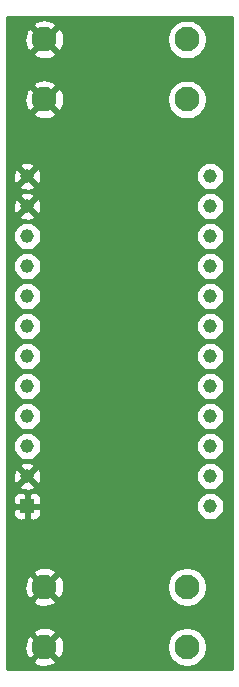
<source format=gbr>
G04 #@! TF.GenerationSoftware,KiCad,Pcbnew,5.1.4-e60b266~84~ubuntu18.04.1*
G04 #@! TF.CreationDate,2019-10-08T20:02:31-04:00*
G04 #@! TF.ProjectId,TSAL-driver,5453414c-2d64-4726-9976-65722e6b6963,rev?*
G04 #@! TF.SameCoordinates,Original*
G04 #@! TF.FileFunction,Copper,L2,Bot*
G04 #@! TF.FilePolarity,Positive*
%FSLAX46Y46*%
G04 Gerber Fmt 4.6, Leading zero omitted, Abs format (unit mm)*
G04 Created by KiCad (PCBNEW 5.1.4-e60b266~84~ubuntu18.04.1) date 2019-10-08 20:02:31*
%MOMM*%
%LPD*%
G04 APERTURE LIST*
%ADD10C,2.100000*%
%ADD11C,1.150000*%
%ADD12R,1.150000X1.150000*%
%ADD13C,0.254000*%
G04 APERTURE END LIST*
D10*
X139700000Y-106680000D03*
X139700000Y-111760000D03*
X139700000Y-60325000D03*
X139700000Y-65405000D03*
X127635000Y-106680000D03*
X127635000Y-111760000D03*
X127635000Y-60325000D03*
X127635000Y-65405000D03*
D11*
X141671001Y-99845001D03*
X141671001Y-97305001D03*
X141671001Y-94765001D03*
X141671001Y-92225001D03*
X141671001Y-89685001D03*
X141671001Y-87145001D03*
X141671001Y-84605001D03*
X141671001Y-82065001D03*
X141671001Y-79525001D03*
X141671001Y-76985001D03*
X141671001Y-74445001D03*
X141671001Y-71905001D03*
X126176001Y-71905001D03*
X126176001Y-74445001D03*
X126176001Y-76985001D03*
X126176001Y-79525001D03*
X126176001Y-82065001D03*
X126176001Y-84605001D03*
X126176001Y-87145001D03*
X126176001Y-89685001D03*
X126176001Y-92225001D03*
X126176001Y-94765001D03*
X126176001Y-97305001D03*
D12*
X126176001Y-99845001D03*
D13*
G36*
X143485000Y-113640000D02*
G01*
X124485000Y-113640000D01*
X124485000Y-112931066D01*
X126643539Y-112931066D01*
X126745339Y-113200579D01*
X127043477Y-113346463D01*
X127364346Y-113431380D01*
X127695617Y-113452066D01*
X128024557Y-113407728D01*
X128338527Y-113300069D01*
X128524661Y-113200579D01*
X128626461Y-112931066D01*
X127635000Y-111939605D01*
X126643539Y-112931066D01*
X124485000Y-112931066D01*
X124485000Y-111820617D01*
X125942934Y-111820617D01*
X125987272Y-112149557D01*
X126094931Y-112463527D01*
X126194421Y-112649661D01*
X126463934Y-112751461D01*
X127455395Y-111760000D01*
X127814605Y-111760000D01*
X128806066Y-112751461D01*
X129075579Y-112649661D01*
X129221463Y-112351523D01*
X129306380Y-112030654D01*
X129327066Y-111699383D01*
X129312868Y-111594042D01*
X138015000Y-111594042D01*
X138015000Y-111925958D01*
X138079754Y-112251496D01*
X138206772Y-112558147D01*
X138391175Y-112834125D01*
X138625875Y-113068825D01*
X138901853Y-113253228D01*
X139208504Y-113380246D01*
X139534042Y-113445000D01*
X139865958Y-113445000D01*
X140191496Y-113380246D01*
X140498147Y-113253228D01*
X140774125Y-113068825D01*
X141008825Y-112834125D01*
X141193228Y-112558147D01*
X141320246Y-112251496D01*
X141385000Y-111925958D01*
X141385000Y-111594042D01*
X141320246Y-111268504D01*
X141193228Y-110961853D01*
X141008825Y-110685875D01*
X140774125Y-110451175D01*
X140498147Y-110266772D01*
X140191496Y-110139754D01*
X139865958Y-110075000D01*
X139534042Y-110075000D01*
X139208504Y-110139754D01*
X138901853Y-110266772D01*
X138625875Y-110451175D01*
X138391175Y-110685875D01*
X138206772Y-110961853D01*
X138079754Y-111268504D01*
X138015000Y-111594042D01*
X129312868Y-111594042D01*
X129282728Y-111370443D01*
X129175069Y-111056473D01*
X129075579Y-110870339D01*
X128806066Y-110768539D01*
X127814605Y-111760000D01*
X127455395Y-111760000D01*
X126463934Y-110768539D01*
X126194421Y-110870339D01*
X126048537Y-111168477D01*
X125963620Y-111489346D01*
X125942934Y-111820617D01*
X124485000Y-111820617D01*
X124485000Y-110588934D01*
X126643539Y-110588934D01*
X127635000Y-111580395D01*
X128626461Y-110588934D01*
X128524661Y-110319421D01*
X128226523Y-110173537D01*
X127905654Y-110088620D01*
X127574383Y-110067934D01*
X127245443Y-110112272D01*
X126931473Y-110219931D01*
X126745339Y-110319421D01*
X126643539Y-110588934D01*
X124485000Y-110588934D01*
X124485000Y-107851066D01*
X126643539Y-107851066D01*
X126745339Y-108120579D01*
X127043477Y-108266463D01*
X127364346Y-108351380D01*
X127695617Y-108372066D01*
X128024557Y-108327728D01*
X128338527Y-108220069D01*
X128524661Y-108120579D01*
X128626461Y-107851066D01*
X127635000Y-106859605D01*
X126643539Y-107851066D01*
X124485000Y-107851066D01*
X124485000Y-106740617D01*
X125942934Y-106740617D01*
X125987272Y-107069557D01*
X126094931Y-107383527D01*
X126194421Y-107569661D01*
X126463934Y-107671461D01*
X127455395Y-106680000D01*
X127814605Y-106680000D01*
X128806066Y-107671461D01*
X129075579Y-107569661D01*
X129221463Y-107271523D01*
X129306380Y-106950654D01*
X129327066Y-106619383D01*
X129312868Y-106514042D01*
X138015000Y-106514042D01*
X138015000Y-106845958D01*
X138079754Y-107171496D01*
X138206772Y-107478147D01*
X138391175Y-107754125D01*
X138625875Y-107988825D01*
X138901853Y-108173228D01*
X139208504Y-108300246D01*
X139534042Y-108365000D01*
X139865958Y-108365000D01*
X140191496Y-108300246D01*
X140498147Y-108173228D01*
X140774125Y-107988825D01*
X141008825Y-107754125D01*
X141193228Y-107478147D01*
X141320246Y-107171496D01*
X141385000Y-106845958D01*
X141385000Y-106514042D01*
X141320246Y-106188504D01*
X141193228Y-105881853D01*
X141008825Y-105605875D01*
X140774125Y-105371175D01*
X140498147Y-105186772D01*
X140191496Y-105059754D01*
X139865958Y-104995000D01*
X139534042Y-104995000D01*
X139208504Y-105059754D01*
X138901853Y-105186772D01*
X138625875Y-105371175D01*
X138391175Y-105605875D01*
X138206772Y-105881853D01*
X138079754Y-106188504D01*
X138015000Y-106514042D01*
X129312868Y-106514042D01*
X129282728Y-106290443D01*
X129175069Y-105976473D01*
X129075579Y-105790339D01*
X128806066Y-105688539D01*
X127814605Y-106680000D01*
X127455395Y-106680000D01*
X126463934Y-105688539D01*
X126194421Y-105790339D01*
X126048537Y-106088477D01*
X125963620Y-106409346D01*
X125942934Y-106740617D01*
X124485000Y-106740617D01*
X124485000Y-105508934D01*
X126643539Y-105508934D01*
X127635000Y-106500395D01*
X128626461Y-105508934D01*
X128524661Y-105239421D01*
X128226523Y-105093537D01*
X127905654Y-105008620D01*
X127574383Y-104987934D01*
X127245443Y-105032272D01*
X126931473Y-105139931D01*
X126745339Y-105239421D01*
X126643539Y-105508934D01*
X124485000Y-105508934D01*
X124485000Y-100420001D01*
X124962929Y-100420001D01*
X124975189Y-100544483D01*
X125011499Y-100664181D01*
X125070464Y-100774495D01*
X125149816Y-100871186D01*
X125246507Y-100950538D01*
X125356821Y-101009503D01*
X125476519Y-101045813D01*
X125601001Y-101058073D01*
X125890251Y-101055001D01*
X126049001Y-100896251D01*
X126049001Y-99972001D01*
X126303001Y-99972001D01*
X126303001Y-100896251D01*
X126461751Y-101055001D01*
X126751001Y-101058073D01*
X126875483Y-101045813D01*
X126995181Y-101009503D01*
X127105495Y-100950538D01*
X127202186Y-100871186D01*
X127281538Y-100774495D01*
X127340503Y-100664181D01*
X127376813Y-100544483D01*
X127389073Y-100420001D01*
X127386001Y-100130751D01*
X127227251Y-99972001D01*
X126303001Y-99972001D01*
X126049001Y-99972001D01*
X125124751Y-99972001D01*
X124966001Y-100130751D01*
X124962929Y-100420001D01*
X124485000Y-100420001D01*
X124485000Y-99725826D01*
X140461001Y-99725826D01*
X140461001Y-99964176D01*
X140507500Y-100197945D01*
X140598713Y-100418151D01*
X140731132Y-100616331D01*
X140899671Y-100784870D01*
X141097851Y-100917289D01*
X141318057Y-101008502D01*
X141551826Y-101055001D01*
X141790176Y-101055001D01*
X142023945Y-101008502D01*
X142244151Y-100917289D01*
X142442331Y-100784870D01*
X142610870Y-100616331D01*
X142743289Y-100418151D01*
X142834502Y-100197945D01*
X142881001Y-99964176D01*
X142881001Y-99725826D01*
X142834502Y-99492057D01*
X142743289Y-99271851D01*
X142610870Y-99073671D01*
X142442331Y-98905132D01*
X142244151Y-98772713D01*
X142023945Y-98681500D01*
X141790176Y-98635001D01*
X141551826Y-98635001D01*
X141318057Y-98681500D01*
X141097851Y-98772713D01*
X140899671Y-98905132D01*
X140731132Y-99073671D01*
X140598713Y-99271851D01*
X140507500Y-99492057D01*
X140461001Y-99725826D01*
X124485000Y-99725826D01*
X124485000Y-99270001D01*
X124962929Y-99270001D01*
X124966001Y-99559251D01*
X125124751Y-99718001D01*
X126049001Y-99718001D01*
X126049001Y-98793751D01*
X126303001Y-98793751D01*
X126303001Y-99718001D01*
X127227251Y-99718001D01*
X127386001Y-99559251D01*
X127389073Y-99270001D01*
X127376813Y-99145519D01*
X127340503Y-99025821D01*
X127281538Y-98915507D01*
X127202186Y-98818816D01*
X127105495Y-98739464D01*
X126995181Y-98680499D01*
X126875483Y-98644189D01*
X126751001Y-98631929D01*
X126461751Y-98635001D01*
X126303001Y-98793751D01*
X126049001Y-98793751D01*
X125890251Y-98635001D01*
X125601001Y-98631929D01*
X125476519Y-98644189D01*
X125356821Y-98680499D01*
X125246507Y-98739464D01*
X125149816Y-98818816D01*
X125070464Y-98915507D01*
X125011499Y-99025821D01*
X124975189Y-99145519D01*
X124962929Y-99270001D01*
X124485000Y-99270001D01*
X124485000Y-98136875D01*
X125523732Y-98136875D01*
X125567994Y-98357917D01*
X125785090Y-98456302D01*
X126017209Y-98510443D01*
X126255430Y-98518259D01*
X126490599Y-98479451D01*
X126713678Y-98395510D01*
X126784008Y-98357917D01*
X126828270Y-98136875D01*
X126176001Y-97484606D01*
X125523732Y-98136875D01*
X124485000Y-98136875D01*
X124485000Y-97384430D01*
X124962743Y-97384430D01*
X125001551Y-97619599D01*
X125085492Y-97842678D01*
X125123085Y-97913008D01*
X125344127Y-97957270D01*
X125996396Y-97305001D01*
X126355606Y-97305001D01*
X127007875Y-97957270D01*
X127228917Y-97913008D01*
X127327302Y-97695912D01*
X127381443Y-97463793D01*
X127389259Y-97225572D01*
X127382701Y-97185826D01*
X140461001Y-97185826D01*
X140461001Y-97424176D01*
X140507500Y-97657945D01*
X140598713Y-97878151D01*
X140731132Y-98076331D01*
X140899671Y-98244870D01*
X141097851Y-98377289D01*
X141318057Y-98468502D01*
X141551826Y-98515001D01*
X141790176Y-98515001D01*
X142023945Y-98468502D01*
X142244151Y-98377289D01*
X142442331Y-98244870D01*
X142610870Y-98076331D01*
X142743289Y-97878151D01*
X142834502Y-97657945D01*
X142881001Y-97424176D01*
X142881001Y-97185826D01*
X142834502Y-96952057D01*
X142743289Y-96731851D01*
X142610870Y-96533671D01*
X142442331Y-96365132D01*
X142244151Y-96232713D01*
X142023945Y-96141500D01*
X141790176Y-96095001D01*
X141551826Y-96095001D01*
X141318057Y-96141500D01*
X141097851Y-96232713D01*
X140899671Y-96365132D01*
X140731132Y-96533671D01*
X140598713Y-96731851D01*
X140507500Y-96952057D01*
X140461001Y-97185826D01*
X127382701Y-97185826D01*
X127350451Y-96990403D01*
X127266510Y-96767324D01*
X127228917Y-96696994D01*
X127007875Y-96652732D01*
X126355606Y-97305001D01*
X125996396Y-97305001D01*
X125344127Y-96652732D01*
X125123085Y-96696994D01*
X125024700Y-96914090D01*
X124970559Y-97146209D01*
X124962743Y-97384430D01*
X124485000Y-97384430D01*
X124485000Y-96473127D01*
X125523732Y-96473127D01*
X126176001Y-97125396D01*
X126828270Y-96473127D01*
X126784008Y-96252085D01*
X126566912Y-96153700D01*
X126334793Y-96099559D01*
X126096572Y-96091743D01*
X125861403Y-96130551D01*
X125638324Y-96214492D01*
X125567994Y-96252085D01*
X125523732Y-96473127D01*
X124485000Y-96473127D01*
X124485000Y-94645826D01*
X124966001Y-94645826D01*
X124966001Y-94884176D01*
X125012500Y-95117945D01*
X125103713Y-95338151D01*
X125236132Y-95536331D01*
X125404671Y-95704870D01*
X125602851Y-95837289D01*
X125823057Y-95928502D01*
X126056826Y-95975001D01*
X126295176Y-95975001D01*
X126528945Y-95928502D01*
X126749151Y-95837289D01*
X126947331Y-95704870D01*
X127115870Y-95536331D01*
X127248289Y-95338151D01*
X127339502Y-95117945D01*
X127386001Y-94884176D01*
X127386001Y-94645826D01*
X140461001Y-94645826D01*
X140461001Y-94884176D01*
X140507500Y-95117945D01*
X140598713Y-95338151D01*
X140731132Y-95536331D01*
X140899671Y-95704870D01*
X141097851Y-95837289D01*
X141318057Y-95928502D01*
X141551826Y-95975001D01*
X141790176Y-95975001D01*
X142023945Y-95928502D01*
X142244151Y-95837289D01*
X142442331Y-95704870D01*
X142610870Y-95536331D01*
X142743289Y-95338151D01*
X142834502Y-95117945D01*
X142881001Y-94884176D01*
X142881001Y-94645826D01*
X142834502Y-94412057D01*
X142743289Y-94191851D01*
X142610870Y-93993671D01*
X142442331Y-93825132D01*
X142244151Y-93692713D01*
X142023945Y-93601500D01*
X141790176Y-93555001D01*
X141551826Y-93555001D01*
X141318057Y-93601500D01*
X141097851Y-93692713D01*
X140899671Y-93825132D01*
X140731132Y-93993671D01*
X140598713Y-94191851D01*
X140507500Y-94412057D01*
X140461001Y-94645826D01*
X127386001Y-94645826D01*
X127339502Y-94412057D01*
X127248289Y-94191851D01*
X127115870Y-93993671D01*
X126947331Y-93825132D01*
X126749151Y-93692713D01*
X126528945Y-93601500D01*
X126295176Y-93555001D01*
X126056826Y-93555001D01*
X125823057Y-93601500D01*
X125602851Y-93692713D01*
X125404671Y-93825132D01*
X125236132Y-93993671D01*
X125103713Y-94191851D01*
X125012500Y-94412057D01*
X124966001Y-94645826D01*
X124485000Y-94645826D01*
X124485000Y-92105826D01*
X124966001Y-92105826D01*
X124966001Y-92344176D01*
X125012500Y-92577945D01*
X125103713Y-92798151D01*
X125236132Y-92996331D01*
X125404671Y-93164870D01*
X125602851Y-93297289D01*
X125823057Y-93388502D01*
X126056826Y-93435001D01*
X126295176Y-93435001D01*
X126528945Y-93388502D01*
X126749151Y-93297289D01*
X126947331Y-93164870D01*
X127115870Y-92996331D01*
X127248289Y-92798151D01*
X127339502Y-92577945D01*
X127386001Y-92344176D01*
X127386001Y-92105826D01*
X140461001Y-92105826D01*
X140461001Y-92344176D01*
X140507500Y-92577945D01*
X140598713Y-92798151D01*
X140731132Y-92996331D01*
X140899671Y-93164870D01*
X141097851Y-93297289D01*
X141318057Y-93388502D01*
X141551826Y-93435001D01*
X141790176Y-93435001D01*
X142023945Y-93388502D01*
X142244151Y-93297289D01*
X142442331Y-93164870D01*
X142610870Y-92996331D01*
X142743289Y-92798151D01*
X142834502Y-92577945D01*
X142881001Y-92344176D01*
X142881001Y-92105826D01*
X142834502Y-91872057D01*
X142743289Y-91651851D01*
X142610870Y-91453671D01*
X142442331Y-91285132D01*
X142244151Y-91152713D01*
X142023945Y-91061500D01*
X141790176Y-91015001D01*
X141551826Y-91015001D01*
X141318057Y-91061500D01*
X141097851Y-91152713D01*
X140899671Y-91285132D01*
X140731132Y-91453671D01*
X140598713Y-91651851D01*
X140507500Y-91872057D01*
X140461001Y-92105826D01*
X127386001Y-92105826D01*
X127339502Y-91872057D01*
X127248289Y-91651851D01*
X127115870Y-91453671D01*
X126947331Y-91285132D01*
X126749151Y-91152713D01*
X126528945Y-91061500D01*
X126295176Y-91015001D01*
X126056826Y-91015001D01*
X125823057Y-91061500D01*
X125602851Y-91152713D01*
X125404671Y-91285132D01*
X125236132Y-91453671D01*
X125103713Y-91651851D01*
X125012500Y-91872057D01*
X124966001Y-92105826D01*
X124485000Y-92105826D01*
X124485000Y-89565826D01*
X124966001Y-89565826D01*
X124966001Y-89804176D01*
X125012500Y-90037945D01*
X125103713Y-90258151D01*
X125236132Y-90456331D01*
X125404671Y-90624870D01*
X125602851Y-90757289D01*
X125823057Y-90848502D01*
X126056826Y-90895001D01*
X126295176Y-90895001D01*
X126528945Y-90848502D01*
X126749151Y-90757289D01*
X126947331Y-90624870D01*
X127115870Y-90456331D01*
X127248289Y-90258151D01*
X127339502Y-90037945D01*
X127386001Y-89804176D01*
X127386001Y-89565826D01*
X140461001Y-89565826D01*
X140461001Y-89804176D01*
X140507500Y-90037945D01*
X140598713Y-90258151D01*
X140731132Y-90456331D01*
X140899671Y-90624870D01*
X141097851Y-90757289D01*
X141318057Y-90848502D01*
X141551826Y-90895001D01*
X141790176Y-90895001D01*
X142023945Y-90848502D01*
X142244151Y-90757289D01*
X142442331Y-90624870D01*
X142610870Y-90456331D01*
X142743289Y-90258151D01*
X142834502Y-90037945D01*
X142881001Y-89804176D01*
X142881001Y-89565826D01*
X142834502Y-89332057D01*
X142743289Y-89111851D01*
X142610870Y-88913671D01*
X142442331Y-88745132D01*
X142244151Y-88612713D01*
X142023945Y-88521500D01*
X141790176Y-88475001D01*
X141551826Y-88475001D01*
X141318057Y-88521500D01*
X141097851Y-88612713D01*
X140899671Y-88745132D01*
X140731132Y-88913671D01*
X140598713Y-89111851D01*
X140507500Y-89332057D01*
X140461001Y-89565826D01*
X127386001Y-89565826D01*
X127339502Y-89332057D01*
X127248289Y-89111851D01*
X127115870Y-88913671D01*
X126947331Y-88745132D01*
X126749151Y-88612713D01*
X126528945Y-88521500D01*
X126295176Y-88475001D01*
X126056826Y-88475001D01*
X125823057Y-88521500D01*
X125602851Y-88612713D01*
X125404671Y-88745132D01*
X125236132Y-88913671D01*
X125103713Y-89111851D01*
X125012500Y-89332057D01*
X124966001Y-89565826D01*
X124485000Y-89565826D01*
X124485000Y-87025826D01*
X124966001Y-87025826D01*
X124966001Y-87264176D01*
X125012500Y-87497945D01*
X125103713Y-87718151D01*
X125236132Y-87916331D01*
X125404671Y-88084870D01*
X125602851Y-88217289D01*
X125823057Y-88308502D01*
X126056826Y-88355001D01*
X126295176Y-88355001D01*
X126528945Y-88308502D01*
X126749151Y-88217289D01*
X126947331Y-88084870D01*
X127115870Y-87916331D01*
X127248289Y-87718151D01*
X127339502Y-87497945D01*
X127386001Y-87264176D01*
X127386001Y-87025826D01*
X140461001Y-87025826D01*
X140461001Y-87264176D01*
X140507500Y-87497945D01*
X140598713Y-87718151D01*
X140731132Y-87916331D01*
X140899671Y-88084870D01*
X141097851Y-88217289D01*
X141318057Y-88308502D01*
X141551826Y-88355001D01*
X141790176Y-88355001D01*
X142023945Y-88308502D01*
X142244151Y-88217289D01*
X142442331Y-88084870D01*
X142610870Y-87916331D01*
X142743289Y-87718151D01*
X142834502Y-87497945D01*
X142881001Y-87264176D01*
X142881001Y-87025826D01*
X142834502Y-86792057D01*
X142743289Y-86571851D01*
X142610870Y-86373671D01*
X142442331Y-86205132D01*
X142244151Y-86072713D01*
X142023945Y-85981500D01*
X141790176Y-85935001D01*
X141551826Y-85935001D01*
X141318057Y-85981500D01*
X141097851Y-86072713D01*
X140899671Y-86205132D01*
X140731132Y-86373671D01*
X140598713Y-86571851D01*
X140507500Y-86792057D01*
X140461001Y-87025826D01*
X127386001Y-87025826D01*
X127339502Y-86792057D01*
X127248289Y-86571851D01*
X127115870Y-86373671D01*
X126947331Y-86205132D01*
X126749151Y-86072713D01*
X126528945Y-85981500D01*
X126295176Y-85935001D01*
X126056826Y-85935001D01*
X125823057Y-85981500D01*
X125602851Y-86072713D01*
X125404671Y-86205132D01*
X125236132Y-86373671D01*
X125103713Y-86571851D01*
X125012500Y-86792057D01*
X124966001Y-87025826D01*
X124485000Y-87025826D01*
X124485000Y-84485826D01*
X124966001Y-84485826D01*
X124966001Y-84724176D01*
X125012500Y-84957945D01*
X125103713Y-85178151D01*
X125236132Y-85376331D01*
X125404671Y-85544870D01*
X125602851Y-85677289D01*
X125823057Y-85768502D01*
X126056826Y-85815001D01*
X126295176Y-85815001D01*
X126528945Y-85768502D01*
X126749151Y-85677289D01*
X126947331Y-85544870D01*
X127115870Y-85376331D01*
X127248289Y-85178151D01*
X127339502Y-84957945D01*
X127386001Y-84724176D01*
X127386001Y-84485826D01*
X140461001Y-84485826D01*
X140461001Y-84724176D01*
X140507500Y-84957945D01*
X140598713Y-85178151D01*
X140731132Y-85376331D01*
X140899671Y-85544870D01*
X141097851Y-85677289D01*
X141318057Y-85768502D01*
X141551826Y-85815001D01*
X141790176Y-85815001D01*
X142023945Y-85768502D01*
X142244151Y-85677289D01*
X142442331Y-85544870D01*
X142610870Y-85376331D01*
X142743289Y-85178151D01*
X142834502Y-84957945D01*
X142881001Y-84724176D01*
X142881001Y-84485826D01*
X142834502Y-84252057D01*
X142743289Y-84031851D01*
X142610870Y-83833671D01*
X142442331Y-83665132D01*
X142244151Y-83532713D01*
X142023945Y-83441500D01*
X141790176Y-83395001D01*
X141551826Y-83395001D01*
X141318057Y-83441500D01*
X141097851Y-83532713D01*
X140899671Y-83665132D01*
X140731132Y-83833671D01*
X140598713Y-84031851D01*
X140507500Y-84252057D01*
X140461001Y-84485826D01*
X127386001Y-84485826D01*
X127339502Y-84252057D01*
X127248289Y-84031851D01*
X127115870Y-83833671D01*
X126947331Y-83665132D01*
X126749151Y-83532713D01*
X126528945Y-83441500D01*
X126295176Y-83395001D01*
X126056826Y-83395001D01*
X125823057Y-83441500D01*
X125602851Y-83532713D01*
X125404671Y-83665132D01*
X125236132Y-83833671D01*
X125103713Y-84031851D01*
X125012500Y-84252057D01*
X124966001Y-84485826D01*
X124485000Y-84485826D01*
X124485000Y-81945826D01*
X124966001Y-81945826D01*
X124966001Y-82184176D01*
X125012500Y-82417945D01*
X125103713Y-82638151D01*
X125236132Y-82836331D01*
X125404671Y-83004870D01*
X125602851Y-83137289D01*
X125823057Y-83228502D01*
X126056826Y-83275001D01*
X126295176Y-83275001D01*
X126528945Y-83228502D01*
X126749151Y-83137289D01*
X126947331Y-83004870D01*
X127115870Y-82836331D01*
X127248289Y-82638151D01*
X127339502Y-82417945D01*
X127386001Y-82184176D01*
X127386001Y-81945826D01*
X140461001Y-81945826D01*
X140461001Y-82184176D01*
X140507500Y-82417945D01*
X140598713Y-82638151D01*
X140731132Y-82836331D01*
X140899671Y-83004870D01*
X141097851Y-83137289D01*
X141318057Y-83228502D01*
X141551826Y-83275001D01*
X141790176Y-83275001D01*
X142023945Y-83228502D01*
X142244151Y-83137289D01*
X142442331Y-83004870D01*
X142610870Y-82836331D01*
X142743289Y-82638151D01*
X142834502Y-82417945D01*
X142881001Y-82184176D01*
X142881001Y-81945826D01*
X142834502Y-81712057D01*
X142743289Y-81491851D01*
X142610870Y-81293671D01*
X142442331Y-81125132D01*
X142244151Y-80992713D01*
X142023945Y-80901500D01*
X141790176Y-80855001D01*
X141551826Y-80855001D01*
X141318057Y-80901500D01*
X141097851Y-80992713D01*
X140899671Y-81125132D01*
X140731132Y-81293671D01*
X140598713Y-81491851D01*
X140507500Y-81712057D01*
X140461001Y-81945826D01*
X127386001Y-81945826D01*
X127339502Y-81712057D01*
X127248289Y-81491851D01*
X127115870Y-81293671D01*
X126947331Y-81125132D01*
X126749151Y-80992713D01*
X126528945Y-80901500D01*
X126295176Y-80855001D01*
X126056826Y-80855001D01*
X125823057Y-80901500D01*
X125602851Y-80992713D01*
X125404671Y-81125132D01*
X125236132Y-81293671D01*
X125103713Y-81491851D01*
X125012500Y-81712057D01*
X124966001Y-81945826D01*
X124485000Y-81945826D01*
X124485000Y-79405826D01*
X124966001Y-79405826D01*
X124966001Y-79644176D01*
X125012500Y-79877945D01*
X125103713Y-80098151D01*
X125236132Y-80296331D01*
X125404671Y-80464870D01*
X125602851Y-80597289D01*
X125823057Y-80688502D01*
X126056826Y-80735001D01*
X126295176Y-80735001D01*
X126528945Y-80688502D01*
X126749151Y-80597289D01*
X126947331Y-80464870D01*
X127115870Y-80296331D01*
X127248289Y-80098151D01*
X127339502Y-79877945D01*
X127386001Y-79644176D01*
X127386001Y-79405826D01*
X140461001Y-79405826D01*
X140461001Y-79644176D01*
X140507500Y-79877945D01*
X140598713Y-80098151D01*
X140731132Y-80296331D01*
X140899671Y-80464870D01*
X141097851Y-80597289D01*
X141318057Y-80688502D01*
X141551826Y-80735001D01*
X141790176Y-80735001D01*
X142023945Y-80688502D01*
X142244151Y-80597289D01*
X142442331Y-80464870D01*
X142610870Y-80296331D01*
X142743289Y-80098151D01*
X142834502Y-79877945D01*
X142881001Y-79644176D01*
X142881001Y-79405826D01*
X142834502Y-79172057D01*
X142743289Y-78951851D01*
X142610870Y-78753671D01*
X142442331Y-78585132D01*
X142244151Y-78452713D01*
X142023945Y-78361500D01*
X141790176Y-78315001D01*
X141551826Y-78315001D01*
X141318057Y-78361500D01*
X141097851Y-78452713D01*
X140899671Y-78585132D01*
X140731132Y-78753671D01*
X140598713Y-78951851D01*
X140507500Y-79172057D01*
X140461001Y-79405826D01*
X127386001Y-79405826D01*
X127339502Y-79172057D01*
X127248289Y-78951851D01*
X127115870Y-78753671D01*
X126947331Y-78585132D01*
X126749151Y-78452713D01*
X126528945Y-78361500D01*
X126295176Y-78315001D01*
X126056826Y-78315001D01*
X125823057Y-78361500D01*
X125602851Y-78452713D01*
X125404671Y-78585132D01*
X125236132Y-78753671D01*
X125103713Y-78951851D01*
X125012500Y-79172057D01*
X124966001Y-79405826D01*
X124485000Y-79405826D01*
X124485000Y-76865826D01*
X124966001Y-76865826D01*
X124966001Y-77104176D01*
X125012500Y-77337945D01*
X125103713Y-77558151D01*
X125236132Y-77756331D01*
X125404671Y-77924870D01*
X125602851Y-78057289D01*
X125823057Y-78148502D01*
X126056826Y-78195001D01*
X126295176Y-78195001D01*
X126528945Y-78148502D01*
X126749151Y-78057289D01*
X126947331Y-77924870D01*
X127115870Y-77756331D01*
X127248289Y-77558151D01*
X127339502Y-77337945D01*
X127386001Y-77104176D01*
X127386001Y-76865826D01*
X140461001Y-76865826D01*
X140461001Y-77104176D01*
X140507500Y-77337945D01*
X140598713Y-77558151D01*
X140731132Y-77756331D01*
X140899671Y-77924870D01*
X141097851Y-78057289D01*
X141318057Y-78148502D01*
X141551826Y-78195001D01*
X141790176Y-78195001D01*
X142023945Y-78148502D01*
X142244151Y-78057289D01*
X142442331Y-77924870D01*
X142610870Y-77756331D01*
X142743289Y-77558151D01*
X142834502Y-77337945D01*
X142881001Y-77104176D01*
X142881001Y-76865826D01*
X142834502Y-76632057D01*
X142743289Y-76411851D01*
X142610870Y-76213671D01*
X142442331Y-76045132D01*
X142244151Y-75912713D01*
X142023945Y-75821500D01*
X141790176Y-75775001D01*
X141551826Y-75775001D01*
X141318057Y-75821500D01*
X141097851Y-75912713D01*
X140899671Y-76045132D01*
X140731132Y-76213671D01*
X140598713Y-76411851D01*
X140507500Y-76632057D01*
X140461001Y-76865826D01*
X127386001Y-76865826D01*
X127339502Y-76632057D01*
X127248289Y-76411851D01*
X127115870Y-76213671D01*
X126947331Y-76045132D01*
X126749151Y-75912713D01*
X126528945Y-75821500D01*
X126295176Y-75775001D01*
X126056826Y-75775001D01*
X125823057Y-75821500D01*
X125602851Y-75912713D01*
X125404671Y-76045132D01*
X125236132Y-76213671D01*
X125103713Y-76411851D01*
X125012500Y-76632057D01*
X124966001Y-76865826D01*
X124485000Y-76865826D01*
X124485000Y-75276875D01*
X125523732Y-75276875D01*
X125567994Y-75497917D01*
X125785090Y-75596302D01*
X126017209Y-75650443D01*
X126255430Y-75658259D01*
X126490599Y-75619451D01*
X126713678Y-75535510D01*
X126784008Y-75497917D01*
X126828270Y-75276875D01*
X126176001Y-74624606D01*
X125523732Y-75276875D01*
X124485000Y-75276875D01*
X124485000Y-74524430D01*
X124962743Y-74524430D01*
X125001551Y-74759599D01*
X125085492Y-74982678D01*
X125123085Y-75053008D01*
X125344127Y-75097270D01*
X125996396Y-74445001D01*
X126355606Y-74445001D01*
X127007875Y-75097270D01*
X127228917Y-75053008D01*
X127327302Y-74835912D01*
X127381443Y-74603793D01*
X127389259Y-74365572D01*
X127382701Y-74325826D01*
X140461001Y-74325826D01*
X140461001Y-74564176D01*
X140507500Y-74797945D01*
X140598713Y-75018151D01*
X140731132Y-75216331D01*
X140899671Y-75384870D01*
X141097851Y-75517289D01*
X141318057Y-75608502D01*
X141551826Y-75655001D01*
X141790176Y-75655001D01*
X142023945Y-75608502D01*
X142244151Y-75517289D01*
X142442331Y-75384870D01*
X142610870Y-75216331D01*
X142743289Y-75018151D01*
X142834502Y-74797945D01*
X142881001Y-74564176D01*
X142881001Y-74325826D01*
X142834502Y-74092057D01*
X142743289Y-73871851D01*
X142610870Y-73673671D01*
X142442331Y-73505132D01*
X142244151Y-73372713D01*
X142023945Y-73281500D01*
X141790176Y-73235001D01*
X141551826Y-73235001D01*
X141318057Y-73281500D01*
X141097851Y-73372713D01*
X140899671Y-73505132D01*
X140731132Y-73673671D01*
X140598713Y-73871851D01*
X140507500Y-74092057D01*
X140461001Y-74325826D01*
X127382701Y-74325826D01*
X127350451Y-74130403D01*
X127266510Y-73907324D01*
X127228917Y-73836994D01*
X127007875Y-73792732D01*
X126355606Y-74445001D01*
X125996396Y-74445001D01*
X125344127Y-73792732D01*
X125123085Y-73836994D01*
X125024700Y-74054090D01*
X124970559Y-74286209D01*
X124962743Y-74524430D01*
X124485000Y-74524430D01*
X124485000Y-73613127D01*
X125523732Y-73613127D01*
X126176001Y-74265396D01*
X126828270Y-73613127D01*
X126784008Y-73392085D01*
X126566912Y-73293700D01*
X126334793Y-73239559D01*
X126096572Y-73231743D01*
X125861403Y-73270551D01*
X125638324Y-73354492D01*
X125567994Y-73392085D01*
X125523732Y-73613127D01*
X124485000Y-73613127D01*
X124485000Y-72736875D01*
X125523732Y-72736875D01*
X125567994Y-72957917D01*
X125785090Y-73056302D01*
X126017209Y-73110443D01*
X126255430Y-73118259D01*
X126490599Y-73079451D01*
X126713678Y-72995510D01*
X126784008Y-72957917D01*
X126828270Y-72736875D01*
X126176001Y-72084606D01*
X125523732Y-72736875D01*
X124485000Y-72736875D01*
X124485000Y-71984430D01*
X124962743Y-71984430D01*
X125001551Y-72219599D01*
X125085492Y-72442678D01*
X125123085Y-72513008D01*
X125344127Y-72557270D01*
X125996396Y-71905001D01*
X126355606Y-71905001D01*
X127007875Y-72557270D01*
X127228917Y-72513008D01*
X127327302Y-72295912D01*
X127381443Y-72063793D01*
X127389259Y-71825572D01*
X127382701Y-71785826D01*
X140461001Y-71785826D01*
X140461001Y-72024176D01*
X140507500Y-72257945D01*
X140598713Y-72478151D01*
X140731132Y-72676331D01*
X140899671Y-72844870D01*
X141097851Y-72977289D01*
X141318057Y-73068502D01*
X141551826Y-73115001D01*
X141790176Y-73115001D01*
X142023945Y-73068502D01*
X142244151Y-72977289D01*
X142442331Y-72844870D01*
X142610870Y-72676331D01*
X142743289Y-72478151D01*
X142834502Y-72257945D01*
X142881001Y-72024176D01*
X142881001Y-71785826D01*
X142834502Y-71552057D01*
X142743289Y-71331851D01*
X142610870Y-71133671D01*
X142442331Y-70965132D01*
X142244151Y-70832713D01*
X142023945Y-70741500D01*
X141790176Y-70695001D01*
X141551826Y-70695001D01*
X141318057Y-70741500D01*
X141097851Y-70832713D01*
X140899671Y-70965132D01*
X140731132Y-71133671D01*
X140598713Y-71331851D01*
X140507500Y-71552057D01*
X140461001Y-71785826D01*
X127382701Y-71785826D01*
X127350451Y-71590403D01*
X127266510Y-71367324D01*
X127228917Y-71296994D01*
X127007875Y-71252732D01*
X126355606Y-71905001D01*
X125996396Y-71905001D01*
X125344127Y-71252732D01*
X125123085Y-71296994D01*
X125024700Y-71514090D01*
X124970559Y-71746209D01*
X124962743Y-71984430D01*
X124485000Y-71984430D01*
X124485000Y-71073127D01*
X125523732Y-71073127D01*
X126176001Y-71725396D01*
X126828270Y-71073127D01*
X126784008Y-70852085D01*
X126566912Y-70753700D01*
X126334793Y-70699559D01*
X126096572Y-70691743D01*
X125861403Y-70730551D01*
X125638324Y-70814492D01*
X125567994Y-70852085D01*
X125523732Y-71073127D01*
X124485000Y-71073127D01*
X124485000Y-66576066D01*
X126643539Y-66576066D01*
X126745339Y-66845579D01*
X127043477Y-66991463D01*
X127364346Y-67076380D01*
X127695617Y-67097066D01*
X128024557Y-67052728D01*
X128338527Y-66945069D01*
X128524661Y-66845579D01*
X128626461Y-66576066D01*
X127635000Y-65584605D01*
X126643539Y-66576066D01*
X124485000Y-66576066D01*
X124485000Y-65465617D01*
X125942934Y-65465617D01*
X125987272Y-65794557D01*
X126094931Y-66108527D01*
X126194421Y-66294661D01*
X126463934Y-66396461D01*
X127455395Y-65405000D01*
X127814605Y-65405000D01*
X128806066Y-66396461D01*
X129075579Y-66294661D01*
X129221463Y-65996523D01*
X129306380Y-65675654D01*
X129327066Y-65344383D01*
X129312868Y-65239042D01*
X138015000Y-65239042D01*
X138015000Y-65570958D01*
X138079754Y-65896496D01*
X138206772Y-66203147D01*
X138391175Y-66479125D01*
X138625875Y-66713825D01*
X138901853Y-66898228D01*
X139208504Y-67025246D01*
X139534042Y-67090000D01*
X139865958Y-67090000D01*
X140191496Y-67025246D01*
X140498147Y-66898228D01*
X140774125Y-66713825D01*
X141008825Y-66479125D01*
X141193228Y-66203147D01*
X141320246Y-65896496D01*
X141385000Y-65570958D01*
X141385000Y-65239042D01*
X141320246Y-64913504D01*
X141193228Y-64606853D01*
X141008825Y-64330875D01*
X140774125Y-64096175D01*
X140498147Y-63911772D01*
X140191496Y-63784754D01*
X139865958Y-63720000D01*
X139534042Y-63720000D01*
X139208504Y-63784754D01*
X138901853Y-63911772D01*
X138625875Y-64096175D01*
X138391175Y-64330875D01*
X138206772Y-64606853D01*
X138079754Y-64913504D01*
X138015000Y-65239042D01*
X129312868Y-65239042D01*
X129282728Y-65015443D01*
X129175069Y-64701473D01*
X129075579Y-64515339D01*
X128806066Y-64413539D01*
X127814605Y-65405000D01*
X127455395Y-65405000D01*
X126463934Y-64413539D01*
X126194421Y-64515339D01*
X126048537Y-64813477D01*
X125963620Y-65134346D01*
X125942934Y-65465617D01*
X124485000Y-65465617D01*
X124485000Y-64233934D01*
X126643539Y-64233934D01*
X127635000Y-65225395D01*
X128626461Y-64233934D01*
X128524661Y-63964421D01*
X128226523Y-63818537D01*
X127905654Y-63733620D01*
X127574383Y-63712934D01*
X127245443Y-63757272D01*
X126931473Y-63864931D01*
X126745339Y-63964421D01*
X126643539Y-64233934D01*
X124485000Y-64233934D01*
X124485000Y-61496066D01*
X126643539Y-61496066D01*
X126745339Y-61765579D01*
X127043477Y-61911463D01*
X127364346Y-61996380D01*
X127695617Y-62017066D01*
X128024557Y-61972728D01*
X128338527Y-61865069D01*
X128524661Y-61765579D01*
X128626461Y-61496066D01*
X127635000Y-60504605D01*
X126643539Y-61496066D01*
X124485000Y-61496066D01*
X124485000Y-60385617D01*
X125942934Y-60385617D01*
X125987272Y-60714557D01*
X126094931Y-61028527D01*
X126194421Y-61214661D01*
X126463934Y-61316461D01*
X127455395Y-60325000D01*
X127814605Y-60325000D01*
X128806066Y-61316461D01*
X129075579Y-61214661D01*
X129221463Y-60916523D01*
X129306380Y-60595654D01*
X129327066Y-60264383D01*
X129312868Y-60159042D01*
X138015000Y-60159042D01*
X138015000Y-60490958D01*
X138079754Y-60816496D01*
X138206772Y-61123147D01*
X138391175Y-61399125D01*
X138625875Y-61633825D01*
X138901853Y-61818228D01*
X139208504Y-61945246D01*
X139534042Y-62010000D01*
X139865958Y-62010000D01*
X140191496Y-61945246D01*
X140498147Y-61818228D01*
X140774125Y-61633825D01*
X141008825Y-61399125D01*
X141193228Y-61123147D01*
X141320246Y-60816496D01*
X141385000Y-60490958D01*
X141385000Y-60159042D01*
X141320246Y-59833504D01*
X141193228Y-59526853D01*
X141008825Y-59250875D01*
X140774125Y-59016175D01*
X140498147Y-58831772D01*
X140191496Y-58704754D01*
X139865958Y-58640000D01*
X139534042Y-58640000D01*
X139208504Y-58704754D01*
X138901853Y-58831772D01*
X138625875Y-59016175D01*
X138391175Y-59250875D01*
X138206772Y-59526853D01*
X138079754Y-59833504D01*
X138015000Y-60159042D01*
X129312868Y-60159042D01*
X129282728Y-59935443D01*
X129175069Y-59621473D01*
X129075579Y-59435339D01*
X128806066Y-59333539D01*
X127814605Y-60325000D01*
X127455395Y-60325000D01*
X126463934Y-59333539D01*
X126194421Y-59435339D01*
X126048537Y-59733477D01*
X125963620Y-60054346D01*
X125942934Y-60385617D01*
X124485000Y-60385617D01*
X124485000Y-59153934D01*
X126643539Y-59153934D01*
X127635000Y-60145395D01*
X128626461Y-59153934D01*
X128524661Y-58884421D01*
X128226523Y-58738537D01*
X127905654Y-58653620D01*
X127574383Y-58632934D01*
X127245443Y-58677272D01*
X126931473Y-58784931D01*
X126745339Y-58884421D01*
X126643539Y-59153934D01*
X124485000Y-59153934D01*
X124485000Y-58445000D01*
X143485001Y-58445000D01*
X143485000Y-113640000D01*
X143485000Y-113640000D01*
G37*
X143485000Y-113640000D02*
X124485000Y-113640000D01*
X124485000Y-112931066D01*
X126643539Y-112931066D01*
X126745339Y-113200579D01*
X127043477Y-113346463D01*
X127364346Y-113431380D01*
X127695617Y-113452066D01*
X128024557Y-113407728D01*
X128338527Y-113300069D01*
X128524661Y-113200579D01*
X128626461Y-112931066D01*
X127635000Y-111939605D01*
X126643539Y-112931066D01*
X124485000Y-112931066D01*
X124485000Y-111820617D01*
X125942934Y-111820617D01*
X125987272Y-112149557D01*
X126094931Y-112463527D01*
X126194421Y-112649661D01*
X126463934Y-112751461D01*
X127455395Y-111760000D01*
X127814605Y-111760000D01*
X128806066Y-112751461D01*
X129075579Y-112649661D01*
X129221463Y-112351523D01*
X129306380Y-112030654D01*
X129327066Y-111699383D01*
X129312868Y-111594042D01*
X138015000Y-111594042D01*
X138015000Y-111925958D01*
X138079754Y-112251496D01*
X138206772Y-112558147D01*
X138391175Y-112834125D01*
X138625875Y-113068825D01*
X138901853Y-113253228D01*
X139208504Y-113380246D01*
X139534042Y-113445000D01*
X139865958Y-113445000D01*
X140191496Y-113380246D01*
X140498147Y-113253228D01*
X140774125Y-113068825D01*
X141008825Y-112834125D01*
X141193228Y-112558147D01*
X141320246Y-112251496D01*
X141385000Y-111925958D01*
X141385000Y-111594042D01*
X141320246Y-111268504D01*
X141193228Y-110961853D01*
X141008825Y-110685875D01*
X140774125Y-110451175D01*
X140498147Y-110266772D01*
X140191496Y-110139754D01*
X139865958Y-110075000D01*
X139534042Y-110075000D01*
X139208504Y-110139754D01*
X138901853Y-110266772D01*
X138625875Y-110451175D01*
X138391175Y-110685875D01*
X138206772Y-110961853D01*
X138079754Y-111268504D01*
X138015000Y-111594042D01*
X129312868Y-111594042D01*
X129282728Y-111370443D01*
X129175069Y-111056473D01*
X129075579Y-110870339D01*
X128806066Y-110768539D01*
X127814605Y-111760000D01*
X127455395Y-111760000D01*
X126463934Y-110768539D01*
X126194421Y-110870339D01*
X126048537Y-111168477D01*
X125963620Y-111489346D01*
X125942934Y-111820617D01*
X124485000Y-111820617D01*
X124485000Y-110588934D01*
X126643539Y-110588934D01*
X127635000Y-111580395D01*
X128626461Y-110588934D01*
X128524661Y-110319421D01*
X128226523Y-110173537D01*
X127905654Y-110088620D01*
X127574383Y-110067934D01*
X127245443Y-110112272D01*
X126931473Y-110219931D01*
X126745339Y-110319421D01*
X126643539Y-110588934D01*
X124485000Y-110588934D01*
X124485000Y-107851066D01*
X126643539Y-107851066D01*
X126745339Y-108120579D01*
X127043477Y-108266463D01*
X127364346Y-108351380D01*
X127695617Y-108372066D01*
X128024557Y-108327728D01*
X128338527Y-108220069D01*
X128524661Y-108120579D01*
X128626461Y-107851066D01*
X127635000Y-106859605D01*
X126643539Y-107851066D01*
X124485000Y-107851066D01*
X124485000Y-106740617D01*
X125942934Y-106740617D01*
X125987272Y-107069557D01*
X126094931Y-107383527D01*
X126194421Y-107569661D01*
X126463934Y-107671461D01*
X127455395Y-106680000D01*
X127814605Y-106680000D01*
X128806066Y-107671461D01*
X129075579Y-107569661D01*
X129221463Y-107271523D01*
X129306380Y-106950654D01*
X129327066Y-106619383D01*
X129312868Y-106514042D01*
X138015000Y-106514042D01*
X138015000Y-106845958D01*
X138079754Y-107171496D01*
X138206772Y-107478147D01*
X138391175Y-107754125D01*
X138625875Y-107988825D01*
X138901853Y-108173228D01*
X139208504Y-108300246D01*
X139534042Y-108365000D01*
X139865958Y-108365000D01*
X140191496Y-108300246D01*
X140498147Y-108173228D01*
X140774125Y-107988825D01*
X141008825Y-107754125D01*
X141193228Y-107478147D01*
X141320246Y-107171496D01*
X141385000Y-106845958D01*
X141385000Y-106514042D01*
X141320246Y-106188504D01*
X141193228Y-105881853D01*
X141008825Y-105605875D01*
X140774125Y-105371175D01*
X140498147Y-105186772D01*
X140191496Y-105059754D01*
X139865958Y-104995000D01*
X139534042Y-104995000D01*
X139208504Y-105059754D01*
X138901853Y-105186772D01*
X138625875Y-105371175D01*
X138391175Y-105605875D01*
X138206772Y-105881853D01*
X138079754Y-106188504D01*
X138015000Y-106514042D01*
X129312868Y-106514042D01*
X129282728Y-106290443D01*
X129175069Y-105976473D01*
X129075579Y-105790339D01*
X128806066Y-105688539D01*
X127814605Y-106680000D01*
X127455395Y-106680000D01*
X126463934Y-105688539D01*
X126194421Y-105790339D01*
X126048537Y-106088477D01*
X125963620Y-106409346D01*
X125942934Y-106740617D01*
X124485000Y-106740617D01*
X124485000Y-105508934D01*
X126643539Y-105508934D01*
X127635000Y-106500395D01*
X128626461Y-105508934D01*
X128524661Y-105239421D01*
X128226523Y-105093537D01*
X127905654Y-105008620D01*
X127574383Y-104987934D01*
X127245443Y-105032272D01*
X126931473Y-105139931D01*
X126745339Y-105239421D01*
X126643539Y-105508934D01*
X124485000Y-105508934D01*
X124485000Y-100420001D01*
X124962929Y-100420001D01*
X124975189Y-100544483D01*
X125011499Y-100664181D01*
X125070464Y-100774495D01*
X125149816Y-100871186D01*
X125246507Y-100950538D01*
X125356821Y-101009503D01*
X125476519Y-101045813D01*
X125601001Y-101058073D01*
X125890251Y-101055001D01*
X126049001Y-100896251D01*
X126049001Y-99972001D01*
X126303001Y-99972001D01*
X126303001Y-100896251D01*
X126461751Y-101055001D01*
X126751001Y-101058073D01*
X126875483Y-101045813D01*
X126995181Y-101009503D01*
X127105495Y-100950538D01*
X127202186Y-100871186D01*
X127281538Y-100774495D01*
X127340503Y-100664181D01*
X127376813Y-100544483D01*
X127389073Y-100420001D01*
X127386001Y-100130751D01*
X127227251Y-99972001D01*
X126303001Y-99972001D01*
X126049001Y-99972001D01*
X125124751Y-99972001D01*
X124966001Y-100130751D01*
X124962929Y-100420001D01*
X124485000Y-100420001D01*
X124485000Y-99725826D01*
X140461001Y-99725826D01*
X140461001Y-99964176D01*
X140507500Y-100197945D01*
X140598713Y-100418151D01*
X140731132Y-100616331D01*
X140899671Y-100784870D01*
X141097851Y-100917289D01*
X141318057Y-101008502D01*
X141551826Y-101055001D01*
X141790176Y-101055001D01*
X142023945Y-101008502D01*
X142244151Y-100917289D01*
X142442331Y-100784870D01*
X142610870Y-100616331D01*
X142743289Y-100418151D01*
X142834502Y-100197945D01*
X142881001Y-99964176D01*
X142881001Y-99725826D01*
X142834502Y-99492057D01*
X142743289Y-99271851D01*
X142610870Y-99073671D01*
X142442331Y-98905132D01*
X142244151Y-98772713D01*
X142023945Y-98681500D01*
X141790176Y-98635001D01*
X141551826Y-98635001D01*
X141318057Y-98681500D01*
X141097851Y-98772713D01*
X140899671Y-98905132D01*
X140731132Y-99073671D01*
X140598713Y-99271851D01*
X140507500Y-99492057D01*
X140461001Y-99725826D01*
X124485000Y-99725826D01*
X124485000Y-99270001D01*
X124962929Y-99270001D01*
X124966001Y-99559251D01*
X125124751Y-99718001D01*
X126049001Y-99718001D01*
X126049001Y-98793751D01*
X126303001Y-98793751D01*
X126303001Y-99718001D01*
X127227251Y-99718001D01*
X127386001Y-99559251D01*
X127389073Y-99270001D01*
X127376813Y-99145519D01*
X127340503Y-99025821D01*
X127281538Y-98915507D01*
X127202186Y-98818816D01*
X127105495Y-98739464D01*
X126995181Y-98680499D01*
X126875483Y-98644189D01*
X126751001Y-98631929D01*
X126461751Y-98635001D01*
X126303001Y-98793751D01*
X126049001Y-98793751D01*
X125890251Y-98635001D01*
X125601001Y-98631929D01*
X125476519Y-98644189D01*
X125356821Y-98680499D01*
X125246507Y-98739464D01*
X125149816Y-98818816D01*
X125070464Y-98915507D01*
X125011499Y-99025821D01*
X124975189Y-99145519D01*
X124962929Y-99270001D01*
X124485000Y-99270001D01*
X124485000Y-98136875D01*
X125523732Y-98136875D01*
X125567994Y-98357917D01*
X125785090Y-98456302D01*
X126017209Y-98510443D01*
X126255430Y-98518259D01*
X126490599Y-98479451D01*
X126713678Y-98395510D01*
X126784008Y-98357917D01*
X126828270Y-98136875D01*
X126176001Y-97484606D01*
X125523732Y-98136875D01*
X124485000Y-98136875D01*
X124485000Y-97384430D01*
X124962743Y-97384430D01*
X125001551Y-97619599D01*
X125085492Y-97842678D01*
X125123085Y-97913008D01*
X125344127Y-97957270D01*
X125996396Y-97305001D01*
X126355606Y-97305001D01*
X127007875Y-97957270D01*
X127228917Y-97913008D01*
X127327302Y-97695912D01*
X127381443Y-97463793D01*
X127389259Y-97225572D01*
X127382701Y-97185826D01*
X140461001Y-97185826D01*
X140461001Y-97424176D01*
X140507500Y-97657945D01*
X140598713Y-97878151D01*
X140731132Y-98076331D01*
X140899671Y-98244870D01*
X141097851Y-98377289D01*
X141318057Y-98468502D01*
X141551826Y-98515001D01*
X141790176Y-98515001D01*
X142023945Y-98468502D01*
X142244151Y-98377289D01*
X142442331Y-98244870D01*
X142610870Y-98076331D01*
X142743289Y-97878151D01*
X142834502Y-97657945D01*
X142881001Y-97424176D01*
X142881001Y-97185826D01*
X142834502Y-96952057D01*
X142743289Y-96731851D01*
X142610870Y-96533671D01*
X142442331Y-96365132D01*
X142244151Y-96232713D01*
X142023945Y-96141500D01*
X141790176Y-96095001D01*
X141551826Y-96095001D01*
X141318057Y-96141500D01*
X141097851Y-96232713D01*
X140899671Y-96365132D01*
X140731132Y-96533671D01*
X140598713Y-96731851D01*
X140507500Y-96952057D01*
X140461001Y-97185826D01*
X127382701Y-97185826D01*
X127350451Y-96990403D01*
X127266510Y-96767324D01*
X127228917Y-96696994D01*
X127007875Y-96652732D01*
X126355606Y-97305001D01*
X125996396Y-97305001D01*
X125344127Y-96652732D01*
X125123085Y-96696994D01*
X125024700Y-96914090D01*
X124970559Y-97146209D01*
X124962743Y-97384430D01*
X124485000Y-97384430D01*
X124485000Y-96473127D01*
X125523732Y-96473127D01*
X126176001Y-97125396D01*
X126828270Y-96473127D01*
X126784008Y-96252085D01*
X126566912Y-96153700D01*
X126334793Y-96099559D01*
X126096572Y-96091743D01*
X125861403Y-96130551D01*
X125638324Y-96214492D01*
X125567994Y-96252085D01*
X125523732Y-96473127D01*
X124485000Y-96473127D01*
X124485000Y-94645826D01*
X124966001Y-94645826D01*
X124966001Y-94884176D01*
X125012500Y-95117945D01*
X125103713Y-95338151D01*
X125236132Y-95536331D01*
X125404671Y-95704870D01*
X125602851Y-95837289D01*
X125823057Y-95928502D01*
X126056826Y-95975001D01*
X126295176Y-95975001D01*
X126528945Y-95928502D01*
X126749151Y-95837289D01*
X126947331Y-95704870D01*
X127115870Y-95536331D01*
X127248289Y-95338151D01*
X127339502Y-95117945D01*
X127386001Y-94884176D01*
X127386001Y-94645826D01*
X140461001Y-94645826D01*
X140461001Y-94884176D01*
X140507500Y-95117945D01*
X140598713Y-95338151D01*
X140731132Y-95536331D01*
X140899671Y-95704870D01*
X141097851Y-95837289D01*
X141318057Y-95928502D01*
X141551826Y-95975001D01*
X141790176Y-95975001D01*
X142023945Y-95928502D01*
X142244151Y-95837289D01*
X142442331Y-95704870D01*
X142610870Y-95536331D01*
X142743289Y-95338151D01*
X142834502Y-95117945D01*
X142881001Y-94884176D01*
X142881001Y-94645826D01*
X142834502Y-94412057D01*
X142743289Y-94191851D01*
X142610870Y-93993671D01*
X142442331Y-93825132D01*
X142244151Y-93692713D01*
X142023945Y-93601500D01*
X141790176Y-93555001D01*
X141551826Y-93555001D01*
X141318057Y-93601500D01*
X141097851Y-93692713D01*
X140899671Y-93825132D01*
X140731132Y-93993671D01*
X140598713Y-94191851D01*
X140507500Y-94412057D01*
X140461001Y-94645826D01*
X127386001Y-94645826D01*
X127339502Y-94412057D01*
X127248289Y-94191851D01*
X127115870Y-93993671D01*
X126947331Y-93825132D01*
X126749151Y-93692713D01*
X126528945Y-93601500D01*
X126295176Y-93555001D01*
X126056826Y-93555001D01*
X125823057Y-93601500D01*
X125602851Y-93692713D01*
X125404671Y-93825132D01*
X125236132Y-93993671D01*
X125103713Y-94191851D01*
X125012500Y-94412057D01*
X124966001Y-94645826D01*
X124485000Y-94645826D01*
X124485000Y-92105826D01*
X124966001Y-92105826D01*
X124966001Y-92344176D01*
X125012500Y-92577945D01*
X125103713Y-92798151D01*
X125236132Y-92996331D01*
X125404671Y-93164870D01*
X125602851Y-93297289D01*
X125823057Y-93388502D01*
X126056826Y-93435001D01*
X126295176Y-93435001D01*
X126528945Y-93388502D01*
X126749151Y-93297289D01*
X126947331Y-93164870D01*
X127115870Y-92996331D01*
X127248289Y-92798151D01*
X127339502Y-92577945D01*
X127386001Y-92344176D01*
X127386001Y-92105826D01*
X140461001Y-92105826D01*
X140461001Y-92344176D01*
X140507500Y-92577945D01*
X140598713Y-92798151D01*
X140731132Y-92996331D01*
X140899671Y-93164870D01*
X141097851Y-93297289D01*
X141318057Y-93388502D01*
X141551826Y-93435001D01*
X141790176Y-93435001D01*
X142023945Y-93388502D01*
X142244151Y-93297289D01*
X142442331Y-93164870D01*
X142610870Y-92996331D01*
X142743289Y-92798151D01*
X142834502Y-92577945D01*
X142881001Y-92344176D01*
X142881001Y-92105826D01*
X142834502Y-91872057D01*
X142743289Y-91651851D01*
X142610870Y-91453671D01*
X142442331Y-91285132D01*
X142244151Y-91152713D01*
X142023945Y-91061500D01*
X141790176Y-91015001D01*
X141551826Y-91015001D01*
X141318057Y-91061500D01*
X141097851Y-91152713D01*
X140899671Y-91285132D01*
X140731132Y-91453671D01*
X140598713Y-91651851D01*
X140507500Y-91872057D01*
X140461001Y-92105826D01*
X127386001Y-92105826D01*
X127339502Y-91872057D01*
X127248289Y-91651851D01*
X127115870Y-91453671D01*
X126947331Y-91285132D01*
X126749151Y-91152713D01*
X126528945Y-91061500D01*
X126295176Y-91015001D01*
X126056826Y-91015001D01*
X125823057Y-91061500D01*
X125602851Y-91152713D01*
X125404671Y-91285132D01*
X125236132Y-91453671D01*
X125103713Y-91651851D01*
X125012500Y-91872057D01*
X124966001Y-92105826D01*
X124485000Y-92105826D01*
X124485000Y-89565826D01*
X124966001Y-89565826D01*
X124966001Y-89804176D01*
X125012500Y-90037945D01*
X125103713Y-90258151D01*
X125236132Y-90456331D01*
X125404671Y-90624870D01*
X125602851Y-90757289D01*
X125823057Y-90848502D01*
X126056826Y-90895001D01*
X126295176Y-90895001D01*
X126528945Y-90848502D01*
X126749151Y-90757289D01*
X126947331Y-90624870D01*
X127115870Y-90456331D01*
X127248289Y-90258151D01*
X127339502Y-90037945D01*
X127386001Y-89804176D01*
X127386001Y-89565826D01*
X140461001Y-89565826D01*
X140461001Y-89804176D01*
X140507500Y-90037945D01*
X140598713Y-90258151D01*
X140731132Y-90456331D01*
X140899671Y-90624870D01*
X141097851Y-90757289D01*
X141318057Y-90848502D01*
X141551826Y-90895001D01*
X141790176Y-90895001D01*
X142023945Y-90848502D01*
X142244151Y-90757289D01*
X142442331Y-90624870D01*
X142610870Y-90456331D01*
X142743289Y-90258151D01*
X142834502Y-90037945D01*
X142881001Y-89804176D01*
X142881001Y-89565826D01*
X142834502Y-89332057D01*
X142743289Y-89111851D01*
X142610870Y-88913671D01*
X142442331Y-88745132D01*
X142244151Y-88612713D01*
X142023945Y-88521500D01*
X141790176Y-88475001D01*
X141551826Y-88475001D01*
X141318057Y-88521500D01*
X141097851Y-88612713D01*
X140899671Y-88745132D01*
X140731132Y-88913671D01*
X140598713Y-89111851D01*
X140507500Y-89332057D01*
X140461001Y-89565826D01*
X127386001Y-89565826D01*
X127339502Y-89332057D01*
X127248289Y-89111851D01*
X127115870Y-88913671D01*
X126947331Y-88745132D01*
X126749151Y-88612713D01*
X126528945Y-88521500D01*
X126295176Y-88475001D01*
X126056826Y-88475001D01*
X125823057Y-88521500D01*
X125602851Y-88612713D01*
X125404671Y-88745132D01*
X125236132Y-88913671D01*
X125103713Y-89111851D01*
X125012500Y-89332057D01*
X124966001Y-89565826D01*
X124485000Y-89565826D01*
X124485000Y-87025826D01*
X124966001Y-87025826D01*
X124966001Y-87264176D01*
X125012500Y-87497945D01*
X125103713Y-87718151D01*
X125236132Y-87916331D01*
X125404671Y-88084870D01*
X125602851Y-88217289D01*
X125823057Y-88308502D01*
X126056826Y-88355001D01*
X126295176Y-88355001D01*
X126528945Y-88308502D01*
X126749151Y-88217289D01*
X126947331Y-88084870D01*
X127115870Y-87916331D01*
X127248289Y-87718151D01*
X127339502Y-87497945D01*
X127386001Y-87264176D01*
X127386001Y-87025826D01*
X140461001Y-87025826D01*
X140461001Y-87264176D01*
X140507500Y-87497945D01*
X140598713Y-87718151D01*
X140731132Y-87916331D01*
X140899671Y-88084870D01*
X141097851Y-88217289D01*
X141318057Y-88308502D01*
X141551826Y-88355001D01*
X141790176Y-88355001D01*
X142023945Y-88308502D01*
X142244151Y-88217289D01*
X142442331Y-88084870D01*
X142610870Y-87916331D01*
X142743289Y-87718151D01*
X142834502Y-87497945D01*
X142881001Y-87264176D01*
X142881001Y-87025826D01*
X142834502Y-86792057D01*
X142743289Y-86571851D01*
X142610870Y-86373671D01*
X142442331Y-86205132D01*
X142244151Y-86072713D01*
X142023945Y-85981500D01*
X141790176Y-85935001D01*
X141551826Y-85935001D01*
X141318057Y-85981500D01*
X141097851Y-86072713D01*
X140899671Y-86205132D01*
X140731132Y-86373671D01*
X140598713Y-86571851D01*
X140507500Y-86792057D01*
X140461001Y-87025826D01*
X127386001Y-87025826D01*
X127339502Y-86792057D01*
X127248289Y-86571851D01*
X127115870Y-86373671D01*
X126947331Y-86205132D01*
X126749151Y-86072713D01*
X126528945Y-85981500D01*
X126295176Y-85935001D01*
X126056826Y-85935001D01*
X125823057Y-85981500D01*
X125602851Y-86072713D01*
X125404671Y-86205132D01*
X125236132Y-86373671D01*
X125103713Y-86571851D01*
X125012500Y-86792057D01*
X124966001Y-87025826D01*
X124485000Y-87025826D01*
X124485000Y-84485826D01*
X124966001Y-84485826D01*
X124966001Y-84724176D01*
X125012500Y-84957945D01*
X125103713Y-85178151D01*
X125236132Y-85376331D01*
X125404671Y-85544870D01*
X125602851Y-85677289D01*
X125823057Y-85768502D01*
X126056826Y-85815001D01*
X126295176Y-85815001D01*
X126528945Y-85768502D01*
X126749151Y-85677289D01*
X126947331Y-85544870D01*
X127115870Y-85376331D01*
X127248289Y-85178151D01*
X127339502Y-84957945D01*
X127386001Y-84724176D01*
X127386001Y-84485826D01*
X140461001Y-84485826D01*
X140461001Y-84724176D01*
X140507500Y-84957945D01*
X140598713Y-85178151D01*
X140731132Y-85376331D01*
X140899671Y-85544870D01*
X141097851Y-85677289D01*
X141318057Y-85768502D01*
X141551826Y-85815001D01*
X141790176Y-85815001D01*
X142023945Y-85768502D01*
X142244151Y-85677289D01*
X142442331Y-85544870D01*
X142610870Y-85376331D01*
X142743289Y-85178151D01*
X142834502Y-84957945D01*
X142881001Y-84724176D01*
X142881001Y-84485826D01*
X142834502Y-84252057D01*
X142743289Y-84031851D01*
X142610870Y-83833671D01*
X142442331Y-83665132D01*
X142244151Y-83532713D01*
X142023945Y-83441500D01*
X141790176Y-83395001D01*
X141551826Y-83395001D01*
X141318057Y-83441500D01*
X141097851Y-83532713D01*
X140899671Y-83665132D01*
X140731132Y-83833671D01*
X140598713Y-84031851D01*
X140507500Y-84252057D01*
X140461001Y-84485826D01*
X127386001Y-84485826D01*
X127339502Y-84252057D01*
X127248289Y-84031851D01*
X127115870Y-83833671D01*
X126947331Y-83665132D01*
X126749151Y-83532713D01*
X126528945Y-83441500D01*
X126295176Y-83395001D01*
X126056826Y-83395001D01*
X125823057Y-83441500D01*
X125602851Y-83532713D01*
X125404671Y-83665132D01*
X125236132Y-83833671D01*
X125103713Y-84031851D01*
X125012500Y-84252057D01*
X124966001Y-84485826D01*
X124485000Y-84485826D01*
X124485000Y-81945826D01*
X124966001Y-81945826D01*
X124966001Y-82184176D01*
X125012500Y-82417945D01*
X125103713Y-82638151D01*
X125236132Y-82836331D01*
X125404671Y-83004870D01*
X125602851Y-83137289D01*
X125823057Y-83228502D01*
X126056826Y-83275001D01*
X126295176Y-83275001D01*
X126528945Y-83228502D01*
X126749151Y-83137289D01*
X126947331Y-83004870D01*
X127115870Y-82836331D01*
X127248289Y-82638151D01*
X127339502Y-82417945D01*
X127386001Y-82184176D01*
X127386001Y-81945826D01*
X140461001Y-81945826D01*
X140461001Y-82184176D01*
X140507500Y-82417945D01*
X140598713Y-82638151D01*
X140731132Y-82836331D01*
X140899671Y-83004870D01*
X141097851Y-83137289D01*
X141318057Y-83228502D01*
X141551826Y-83275001D01*
X141790176Y-83275001D01*
X142023945Y-83228502D01*
X142244151Y-83137289D01*
X142442331Y-83004870D01*
X142610870Y-82836331D01*
X142743289Y-82638151D01*
X142834502Y-82417945D01*
X142881001Y-82184176D01*
X142881001Y-81945826D01*
X142834502Y-81712057D01*
X142743289Y-81491851D01*
X142610870Y-81293671D01*
X142442331Y-81125132D01*
X142244151Y-80992713D01*
X142023945Y-80901500D01*
X141790176Y-80855001D01*
X141551826Y-80855001D01*
X141318057Y-80901500D01*
X141097851Y-80992713D01*
X140899671Y-81125132D01*
X140731132Y-81293671D01*
X140598713Y-81491851D01*
X140507500Y-81712057D01*
X140461001Y-81945826D01*
X127386001Y-81945826D01*
X127339502Y-81712057D01*
X127248289Y-81491851D01*
X127115870Y-81293671D01*
X126947331Y-81125132D01*
X126749151Y-80992713D01*
X126528945Y-80901500D01*
X126295176Y-80855001D01*
X126056826Y-80855001D01*
X125823057Y-80901500D01*
X125602851Y-80992713D01*
X125404671Y-81125132D01*
X125236132Y-81293671D01*
X125103713Y-81491851D01*
X125012500Y-81712057D01*
X124966001Y-81945826D01*
X124485000Y-81945826D01*
X124485000Y-79405826D01*
X124966001Y-79405826D01*
X124966001Y-79644176D01*
X125012500Y-79877945D01*
X125103713Y-80098151D01*
X125236132Y-80296331D01*
X125404671Y-80464870D01*
X125602851Y-80597289D01*
X125823057Y-80688502D01*
X126056826Y-80735001D01*
X126295176Y-80735001D01*
X126528945Y-80688502D01*
X126749151Y-80597289D01*
X126947331Y-80464870D01*
X127115870Y-80296331D01*
X127248289Y-80098151D01*
X127339502Y-79877945D01*
X127386001Y-79644176D01*
X127386001Y-79405826D01*
X140461001Y-79405826D01*
X140461001Y-79644176D01*
X140507500Y-79877945D01*
X140598713Y-80098151D01*
X140731132Y-80296331D01*
X140899671Y-80464870D01*
X141097851Y-80597289D01*
X141318057Y-80688502D01*
X141551826Y-80735001D01*
X141790176Y-80735001D01*
X142023945Y-80688502D01*
X142244151Y-80597289D01*
X142442331Y-80464870D01*
X142610870Y-80296331D01*
X142743289Y-80098151D01*
X142834502Y-79877945D01*
X142881001Y-79644176D01*
X142881001Y-79405826D01*
X142834502Y-79172057D01*
X142743289Y-78951851D01*
X142610870Y-78753671D01*
X142442331Y-78585132D01*
X142244151Y-78452713D01*
X142023945Y-78361500D01*
X141790176Y-78315001D01*
X141551826Y-78315001D01*
X141318057Y-78361500D01*
X141097851Y-78452713D01*
X140899671Y-78585132D01*
X140731132Y-78753671D01*
X140598713Y-78951851D01*
X140507500Y-79172057D01*
X140461001Y-79405826D01*
X127386001Y-79405826D01*
X127339502Y-79172057D01*
X127248289Y-78951851D01*
X127115870Y-78753671D01*
X126947331Y-78585132D01*
X126749151Y-78452713D01*
X126528945Y-78361500D01*
X126295176Y-78315001D01*
X126056826Y-78315001D01*
X125823057Y-78361500D01*
X125602851Y-78452713D01*
X125404671Y-78585132D01*
X125236132Y-78753671D01*
X125103713Y-78951851D01*
X125012500Y-79172057D01*
X124966001Y-79405826D01*
X124485000Y-79405826D01*
X124485000Y-76865826D01*
X124966001Y-76865826D01*
X124966001Y-77104176D01*
X125012500Y-77337945D01*
X125103713Y-77558151D01*
X125236132Y-77756331D01*
X125404671Y-77924870D01*
X125602851Y-78057289D01*
X125823057Y-78148502D01*
X126056826Y-78195001D01*
X126295176Y-78195001D01*
X126528945Y-78148502D01*
X126749151Y-78057289D01*
X126947331Y-77924870D01*
X127115870Y-77756331D01*
X127248289Y-77558151D01*
X127339502Y-77337945D01*
X127386001Y-77104176D01*
X127386001Y-76865826D01*
X140461001Y-76865826D01*
X140461001Y-77104176D01*
X140507500Y-77337945D01*
X140598713Y-77558151D01*
X140731132Y-77756331D01*
X140899671Y-77924870D01*
X141097851Y-78057289D01*
X141318057Y-78148502D01*
X141551826Y-78195001D01*
X141790176Y-78195001D01*
X142023945Y-78148502D01*
X142244151Y-78057289D01*
X142442331Y-77924870D01*
X142610870Y-77756331D01*
X142743289Y-77558151D01*
X142834502Y-77337945D01*
X142881001Y-77104176D01*
X142881001Y-76865826D01*
X142834502Y-76632057D01*
X142743289Y-76411851D01*
X142610870Y-76213671D01*
X142442331Y-76045132D01*
X142244151Y-75912713D01*
X142023945Y-75821500D01*
X141790176Y-75775001D01*
X141551826Y-75775001D01*
X141318057Y-75821500D01*
X141097851Y-75912713D01*
X140899671Y-76045132D01*
X140731132Y-76213671D01*
X140598713Y-76411851D01*
X140507500Y-76632057D01*
X140461001Y-76865826D01*
X127386001Y-76865826D01*
X127339502Y-76632057D01*
X127248289Y-76411851D01*
X127115870Y-76213671D01*
X126947331Y-76045132D01*
X126749151Y-75912713D01*
X126528945Y-75821500D01*
X126295176Y-75775001D01*
X126056826Y-75775001D01*
X125823057Y-75821500D01*
X125602851Y-75912713D01*
X125404671Y-76045132D01*
X125236132Y-76213671D01*
X125103713Y-76411851D01*
X125012500Y-76632057D01*
X124966001Y-76865826D01*
X124485000Y-76865826D01*
X124485000Y-75276875D01*
X125523732Y-75276875D01*
X125567994Y-75497917D01*
X125785090Y-75596302D01*
X126017209Y-75650443D01*
X126255430Y-75658259D01*
X126490599Y-75619451D01*
X126713678Y-75535510D01*
X126784008Y-75497917D01*
X126828270Y-75276875D01*
X126176001Y-74624606D01*
X125523732Y-75276875D01*
X124485000Y-75276875D01*
X124485000Y-74524430D01*
X124962743Y-74524430D01*
X125001551Y-74759599D01*
X125085492Y-74982678D01*
X125123085Y-75053008D01*
X125344127Y-75097270D01*
X125996396Y-74445001D01*
X126355606Y-74445001D01*
X127007875Y-75097270D01*
X127228917Y-75053008D01*
X127327302Y-74835912D01*
X127381443Y-74603793D01*
X127389259Y-74365572D01*
X127382701Y-74325826D01*
X140461001Y-74325826D01*
X140461001Y-74564176D01*
X140507500Y-74797945D01*
X140598713Y-75018151D01*
X140731132Y-75216331D01*
X140899671Y-75384870D01*
X141097851Y-75517289D01*
X141318057Y-75608502D01*
X141551826Y-75655001D01*
X141790176Y-75655001D01*
X142023945Y-75608502D01*
X142244151Y-75517289D01*
X142442331Y-75384870D01*
X142610870Y-75216331D01*
X142743289Y-75018151D01*
X142834502Y-74797945D01*
X142881001Y-74564176D01*
X142881001Y-74325826D01*
X142834502Y-74092057D01*
X142743289Y-73871851D01*
X142610870Y-73673671D01*
X142442331Y-73505132D01*
X142244151Y-73372713D01*
X142023945Y-73281500D01*
X141790176Y-73235001D01*
X141551826Y-73235001D01*
X141318057Y-73281500D01*
X141097851Y-73372713D01*
X140899671Y-73505132D01*
X140731132Y-73673671D01*
X140598713Y-73871851D01*
X140507500Y-74092057D01*
X140461001Y-74325826D01*
X127382701Y-74325826D01*
X127350451Y-74130403D01*
X127266510Y-73907324D01*
X127228917Y-73836994D01*
X127007875Y-73792732D01*
X126355606Y-74445001D01*
X125996396Y-74445001D01*
X125344127Y-73792732D01*
X125123085Y-73836994D01*
X125024700Y-74054090D01*
X124970559Y-74286209D01*
X124962743Y-74524430D01*
X124485000Y-74524430D01*
X124485000Y-73613127D01*
X125523732Y-73613127D01*
X126176001Y-74265396D01*
X126828270Y-73613127D01*
X126784008Y-73392085D01*
X126566912Y-73293700D01*
X126334793Y-73239559D01*
X126096572Y-73231743D01*
X125861403Y-73270551D01*
X125638324Y-73354492D01*
X125567994Y-73392085D01*
X125523732Y-73613127D01*
X124485000Y-73613127D01*
X124485000Y-72736875D01*
X125523732Y-72736875D01*
X125567994Y-72957917D01*
X125785090Y-73056302D01*
X126017209Y-73110443D01*
X126255430Y-73118259D01*
X126490599Y-73079451D01*
X126713678Y-72995510D01*
X126784008Y-72957917D01*
X126828270Y-72736875D01*
X126176001Y-72084606D01*
X125523732Y-72736875D01*
X124485000Y-72736875D01*
X124485000Y-71984430D01*
X124962743Y-71984430D01*
X125001551Y-72219599D01*
X125085492Y-72442678D01*
X125123085Y-72513008D01*
X125344127Y-72557270D01*
X125996396Y-71905001D01*
X126355606Y-71905001D01*
X127007875Y-72557270D01*
X127228917Y-72513008D01*
X127327302Y-72295912D01*
X127381443Y-72063793D01*
X127389259Y-71825572D01*
X127382701Y-71785826D01*
X140461001Y-71785826D01*
X140461001Y-72024176D01*
X140507500Y-72257945D01*
X140598713Y-72478151D01*
X140731132Y-72676331D01*
X140899671Y-72844870D01*
X141097851Y-72977289D01*
X141318057Y-73068502D01*
X141551826Y-73115001D01*
X141790176Y-73115001D01*
X142023945Y-73068502D01*
X142244151Y-72977289D01*
X142442331Y-72844870D01*
X142610870Y-72676331D01*
X142743289Y-72478151D01*
X142834502Y-72257945D01*
X142881001Y-72024176D01*
X142881001Y-71785826D01*
X142834502Y-71552057D01*
X142743289Y-71331851D01*
X142610870Y-71133671D01*
X142442331Y-70965132D01*
X142244151Y-70832713D01*
X142023945Y-70741500D01*
X141790176Y-70695001D01*
X141551826Y-70695001D01*
X141318057Y-70741500D01*
X141097851Y-70832713D01*
X140899671Y-70965132D01*
X140731132Y-71133671D01*
X140598713Y-71331851D01*
X140507500Y-71552057D01*
X140461001Y-71785826D01*
X127382701Y-71785826D01*
X127350451Y-71590403D01*
X127266510Y-71367324D01*
X127228917Y-71296994D01*
X127007875Y-71252732D01*
X126355606Y-71905001D01*
X125996396Y-71905001D01*
X125344127Y-71252732D01*
X125123085Y-71296994D01*
X125024700Y-71514090D01*
X124970559Y-71746209D01*
X124962743Y-71984430D01*
X124485000Y-71984430D01*
X124485000Y-71073127D01*
X125523732Y-71073127D01*
X126176001Y-71725396D01*
X126828270Y-71073127D01*
X126784008Y-70852085D01*
X126566912Y-70753700D01*
X126334793Y-70699559D01*
X126096572Y-70691743D01*
X125861403Y-70730551D01*
X125638324Y-70814492D01*
X125567994Y-70852085D01*
X125523732Y-71073127D01*
X124485000Y-71073127D01*
X124485000Y-66576066D01*
X126643539Y-66576066D01*
X126745339Y-66845579D01*
X127043477Y-66991463D01*
X127364346Y-67076380D01*
X127695617Y-67097066D01*
X128024557Y-67052728D01*
X128338527Y-66945069D01*
X128524661Y-66845579D01*
X128626461Y-66576066D01*
X127635000Y-65584605D01*
X126643539Y-66576066D01*
X124485000Y-66576066D01*
X124485000Y-65465617D01*
X125942934Y-65465617D01*
X125987272Y-65794557D01*
X126094931Y-66108527D01*
X126194421Y-66294661D01*
X126463934Y-66396461D01*
X127455395Y-65405000D01*
X127814605Y-65405000D01*
X128806066Y-66396461D01*
X129075579Y-66294661D01*
X129221463Y-65996523D01*
X129306380Y-65675654D01*
X129327066Y-65344383D01*
X129312868Y-65239042D01*
X138015000Y-65239042D01*
X138015000Y-65570958D01*
X138079754Y-65896496D01*
X138206772Y-66203147D01*
X138391175Y-66479125D01*
X138625875Y-66713825D01*
X138901853Y-66898228D01*
X139208504Y-67025246D01*
X139534042Y-67090000D01*
X139865958Y-67090000D01*
X140191496Y-67025246D01*
X140498147Y-66898228D01*
X140774125Y-66713825D01*
X141008825Y-66479125D01*
X141193228Y-66203147D01*
X141320246Y-65896496D01*
X141385000Y-65570958D01*
X141385000Y-65239042D01*
X141320246Y-64913504D01*
X141193228Y-64606853D01*
X141008825Y-64330875D01*
X140774125Y-64096175D01*
X140498147Y-63911772D01*
X140191496Y-63784754D01*
X139865958Y-63720000D01*
X139534042Y-63720000D01*
X139208504Y-63784754D01*
X138901853Y-63911772D01*
X138625875Y-64096175D01*
X138391175Y-64330875D01*
X138206772Y-64606853D01*
X138079754Y-64913504D01*
X138015000Y-65239042D01*
X129312868Y-65239042D01*
X129282728Y-65015443D01*
X129175069Y-64701473D01*
X129075579Y-64515339D01*
X128806066Y-64413539D01*
X127814605Y-65405000D01*
X127455395Y-65405000D01*
X126463934Y-64413539D01*
X126194421Y-64515339D01*
X126048537Y-64813477D01*
X125963620Y-65134346D01*
X125942934Y-65465617D01*
X124485000Y-65465617D01*
X124485000Y-64233934D01*
X126643539Y-64233934D01*
X127635000Y-65225395D01*
X128626461Y-64233934D01*
X128524661Y-63964421D01*
X128226523Y-63818537D01*
X127905654Y-63733620D01*
X127574383Y-63712934D01*
X127245443Y-63757272D01*
X126931473Y-63864931D01*
X126745339Y-63964421D01*
X126643539Y-64233934D01*
X124485000Y-64233934D01*
X124485000Y-61496066D01*
X126643539Y-61496066D01*
X126745339Y-61765579D01*
X127043477Y-61911463D01*
X127364346Y-61996380D01*
X127695617Y-62017066D01*
X128024557Y-61972728D01*
X128338527Y-61865069D01*
X128524661Y-61765579D01*
X128626461Y-61496066D01*
X127635000Y-60504605D01*
X126643539Y-61496066D01*
X124485000Y-61496066D01*
X124485000Y-60385617D01*
X125942934Y-60385617D01*
X125987272Y-60714557D01*
X126094931Y-61028527D01*
X126194421Y-61214661D01*
X126463934Y-61316461D01*
X127455395Y-60325000D01*
X127814605Y-60325000D01*
X128806066Y-61316461D01*
X129075579Y-61214661D01*
X129221463Y-60916523D01*
X129306380Y-60595654D01*
X129327066Y-60264383D01*
X129312868Y-60159042D01*
X138015000Y-60159042D01*
X138015000Y-60490958D01*
X138079754Y-60816496D01*
X138206772Y-61123147D01*
X138391175Y-61399125D01*
X138625875Y-61633825D01*
X138901853Y-61818228D01*
X139208504Y-61945246D01*
X139534042Y-62010000D01*
X139865958Y-62010000D01*
X140191496Y-61945246D01*
X140498147Y-61818228D01*
X140774125Y-61633825D01*
X141008825Y-61399125D01*
X141193228Y-61123147D01*
X141320246Y-60816496D01*
X141385000Y-60490958D01*
X141385000Y-60159042D01*
X141320246Y-59833504D01*
X141193228Y-59526853D01*
X141008825Y-59250875D01*
X140774125Y-59016175D01*
X140498147Y-58831772D01*
X140191496Y-58704754D01*
X139865958Y-58640000D01*
X139534042Y-58640000D01*
X139208504Y-58704754D01*
X138901853Y-58831772D01*
X138625875Y-59016175D01*
X138391175Y-59250875D01*
X138206772Y-59526853D01*
X138079754Y-59833504D01*
X138015000Y-60159042D01*
X129312868Y-60159042D01*
X129282728Y-59935443D01*
X129175069Y-59621473D01*
X129075579Y-59435339D01*
X128806066Y-59333539D01*
X127814605Y-60325000D01*
X127455395Y-60325000D01*
X126463934Y-59333539D01*
X126194421Y-59435339D01*
X126048537Y-59733477D01*
X125963620Y-60054346D01*
X125942934Y-60385617D01*
X124485000Y-60385617D01*
X124485000Y-59153934D01*
X126643539Y-59153934D01*
X127635000Y-60145395D01*
X128626461Y-59153934D01*
X128524661Y-58884421D01*
X128226523Y-58738537D01*
X127905654Y-58653620D01*
X127574383Y-58632934D01*
X127245443Y-58677272D01*
X126931473Y-58784931D01*
X126745339Y-58884421D01*
X126643539Y-59153934D01*
X124485000Y-59153934D01*
X124485000Y-58445000D01*
X143485001Y-58445000D01*
X143485000Y-113640000D01*
M02*

</source>
